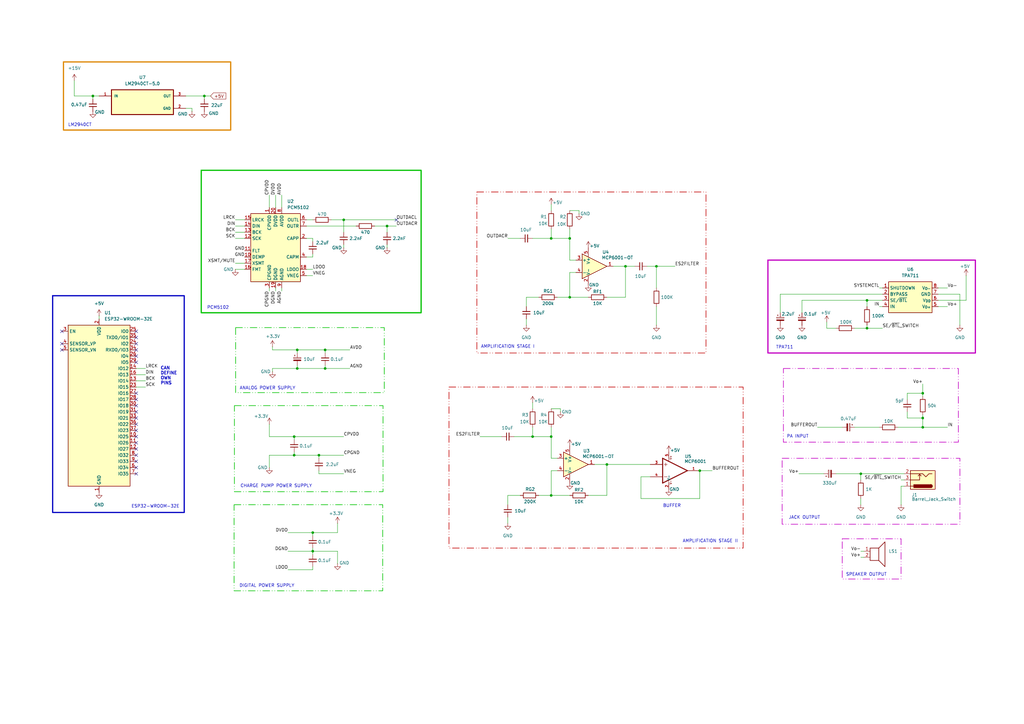
<source format=kicad_sch>
(kicad_sch (version 20231120) (generator "eeschema") (generator_version "8.0")
  (paper "A3")
  (lib_symbols
    (symbol "Amplifier_Audio:TPA711"
      (property "Reference" "U" (at -7.62 11.43 0))
      (property "Value" "TPA711" (at 8.89 -11.43 0))
      (symbol "TPA711_0_1"
        (rectangle (start -8.89 6.35) (end 8.89 -6.35) (stroke (width 0.254)) (fill (type background)))
      )
      (symbol "TPA711_1_1"
        (pin input line (at -11.43 3.81 0) (length 2.54) (name "SHUTDOWN") (number "1"))
        (pin input line (at -11.43 1.27 0) (length 2.54) (name "BYPASS") (number "2"))
        (pin power_in line (at -11.43 -1.27 0) (length 2.54) (name "SE/~{BTL}") (number "3"))
        (pin input line (at -11.43 -3.81 0) (length 2.54) (name "IN") (number "4"))
        (pin output line (at 11.43 -3.81 180) (length 2.54) (name "V_{O+}") (number "5"))
        (pin power_in line (at 11.43 -1.27 180) (length 2.54) (name "V_{DD}") (number "6"))
        (pin power_in line (at 11.43 1.27 180) (length 2.54) (name "GND") (number "7"))
        (pin output line (at 11.43 3.81 180) (length 2.54) (name "V_{O-}") (number "8"))
        (pin passive line (at 0 -12.7 90) (length 2.54) hide (name "GND") (number "9"))
      )
    )
    (symbol "Amplifier_Operational:MCP6001-OT" (pin_names (offset 0.127))
      (property "Reference" "U" (at -1.27 6.35 0))
      (property "Value" "MCP6001-OT" (at -1.27 3.81 0))
      (symbol "MCP6001-OT_0_1"
        (polyline (pts (xy -5.08 5.08) (xy 5.08 0) (xy -5.08 -5.08) (xy -5.08 5.08)) (stroke (width 0.254)) (fill (type background)))
        (pin power_in line (at -2.54 -7.62 90) (length 3.81) (name "V-") (number "2"))
        (pin power_in line (at -2.54 7.62 270) (length 3.81) (name "V+") (number "5"))
      )
      (symbol "MCP6001-OT_1_1"
        (pin output line (at 7.62 0 180) (length 2.54) (name "~") (number "1"))
        (pin input line (at -7.62 2.54 0) (length 2.54) (name "+") (number "3"))
        (pin input line (at -7.62 -2.54 0) (length 2.54) (name "-") (number "4"))
      )
    )
    (symbol "Audio:PCM5102"
      (property "Reference" "U" (at -10.16 13.97 0))
      (property "Value" "PCM5102" (at 3.81 13.97 0))
      (symbol "PCM5102_0_1"
        (rectangle (start -10.16 12.7) (end 10.16 -15.24) (stroke (width 0.254)) (fill (type background)))
      )
      (symbol "PCM5102_1_1"
        (pin passive line (at -2.54 15.24 270) (length 2.54) (name "CPVDD") (number "1"))
        (pin input line (at -12.7 -5.08 0) (length 2.54) (name "DEMP") (number "10"))
        (pin input line (at -12.7 -2.54 0) (length 2.54) (name "FLT") (number "11"))
        (pin input line (at -12.7 2.54 0) (length 2.54) (name "SCK") (number "12"))
        (pin input line (at -12.7 5.08 0) (length 2.54) (name "BCK") (number "13"))
        (pin input line (at -12.7 7.62 0) (length 2.54) (name "DIN") (number "14"))
        (pin input line (at -12.7 10.16 0) (length 2.54) (name "LRCK") (number "15"))
        (pin input line (at -12.7 -10.16 0) (length 2.54) (name "FMT") (number "16"))
        (pin input line (at -12.7 -7.62 0) (length 2.54) (name "XSMT") (number "17"))
        (pin passive line (at 12.7 -10.16 180) (length 2.54) (name "LDOO") (number "18"))
        (pin power_in line (at 0 -17.78 90) (length 2.54) (name "DGND") (number "19"))
        (pin passive line (at 12.7 2.54 180) (length 2.54) (name "CAPP") (number "2"))
        (pin power_in line (at 0 15.24 270) (length 2.54) (name "DVDD") (number "20"))
        (pin power_in line (at -2.54 -17.78 90) (length 2.54) (name "CPGND") (number "3"))
        (pin passive line (at 12.7 -5.08 180) (length 2.54) (name "CAPM") (number "4"))
        (pin passive line (at 12.7 -12.7 180) (length 2.54) (name "VNEG") (number "5"))
        (pin output line (at 12.7 10.16 180) (length 2.54) (name "OUTL") (number "6"))
        (pin output line (at 12.7 7.62 180) (length 2.54) (name "OUTR") (number "7"))
        (pin power_in line (at 2.54 15.24 270) (length 2.54) (name "AVDD") (number "8"))
        (pin power_in line (at 2.54 -17.78 90) (length 2.54) (name "AGND") (number "9"))
      )
    )
    (symbol "Connector:Barrel_Jack_Switch" (pin_names hide)
      (property "Reference" "J" (at 0 5.334 0))
      (property "Value" "Barrel_Jack_Switch" (at 0 -5.08 0))
      (symbol "Barrel_Jack_Switch_0_1"
        (rectangle (start -5.08 3.81) (end 5.08 -3.81) (stroke (width 0.254)) (fill (type background)))
        (arc (start -3.302 3.175) (mid -3.9343 2.54) (end -3.302 1.905) (stroke (width 0.254)))
        (arc (start -3.302 3.175) (mid -3.9343 2.54) (end -3.302 1.905) (stroke (width 0.254)) (fill (type outline)))
        (polyline (pts (xy 1.27 -2.286) (xy 1.905 -1.651)) (stroke (width 0.254)))
        (polyline (pts (xy 5.08 2.54) (xy 3.81 2.54)) (stroke (width 0.254)))
        (polyline (pts (xy 5.08 0) (xy 1.27 0) (xy 1.27 -2.286) (xy 0.635 -1.651)) (stroke (width 0.254)))
        (polyline (pts (xy -3.81 -2.54) (xy -2.54 -2.54) (xy -1.27 -1.27) (xy 0 -2.54) (xy 2.54 -2.54) (xy 5.08 -2.54)) (stroke (width 0.254)))
        (rectangle (start 3.683 3.175) (end -3.302 1.905) (stroke (width 0.254)) (fill (type outline)))
      )
      (symbol "Barrel_Jack_Switch_1_1"
        (pin passive line (at 7.62 2.54 180) (length 2.54) (name "~") (number "1"))
        (pin passive line (at 7.62 -2.54 180) (length 2.54) (name "~") (number "2"))
        (pin passive line (at 7.62 0 180) (length 2.54) (name "~") (number "3"))
      )
    )
    (symbol "Device:C_Polarized_Small" (pin_numbers hide) (pin_names (offset 0.254) hide)
      (property "Reference" "C" (at 0.254 1.778 0))
      (property "Value" "C_Polarized_Small" (at 0.254 -2.032 0))
      (symbol "C_Polarized_Small_0_1"
        (rectangle (start -1.524 -0.3048) (end 1.524 -0.6858) (fill (type outline)))
        (rectangle (start -1.524 0.6858) (end 1.524 0.3048))
        (polyline (pts (xy -1.27 1.524) (xy -0.762 1.524)))
        (polyline (pts (xy -1.016 1.27) (xy -1.016 1.778)))
      )
      (symbol "C_Polarized_Small_1_1"
        (pin passive line (at 0 2.54 270) (length 1.8542) (name "~") (number "1"))
        (pin passive line (at 0 -2.54 90) (length 1.8542) (name "~") (number "2"))
      )
    )
    (symbol "Device:C_Small" (pin_numbers hide) (pin_names (offset 0.254) hide)
      (property "Reference" "C" (at 0.254 1.778 0))
      (property "Value" "C_Small" (at 0.254 -2.032 0))
      (symbol "C_Small_0_1"
        (polyline (pts (xy -1.524 -0.508) (xy 1.524 -0.508)) (stroke (width 0.3302)))
        (polyline (pts (xy -1.524 0.508) (xy 1.524 0.508)) (stroke (width 0.3048)))
      )
      (symbol "C_Small_1_1"
        (pin passive line (at 0 2.54 270) (length 2.032) (name "~") (number "1"))
        (pin passive line (at 0 -2.54 90) (length 2.032) (name "~") (number "2"))
      )
    )
    (symbol "Device:R" (pin_numbers hide) (pin_names (offset 0))
      (property "Reference" "R" (at 2.032 0 90))
      (property "Value" "R" (at 0 0 90))
      (symbol "R_0_1"
        (rectangle (start -1.016 -2.54) (end 1.016 2.54) (stroke (width 0.254)))
      )
      (symbol "R_1_1"
        (pin passive line (at 0 3.81 270) (length 1.27) (name "~") (number "1"))
        (pin passive line (at 0 -3.81 90) (length 1.27) (name "~") (number "2"))
      )
    )
    (symbol "Device:Speaker" (pin_names (offset 0) hide)
      (property "Reference" "LS" (at 1.27 5.715 0))
      (property "Value" "Speaker" (at 1.27 3.81 0))
      (symbol "Speaker_0_0"
        (rectangle (start -2.54 1.27) (end 1.016 -3.81) (stroke (width 0.254)))
        (polyline (pts (xy 1.016 1.27) (xy 3.556 3.81) (xy 3.556 -6.35) (xy 1.016 -3.81)) (stroke (width 0.254)))
      )
      (symbol "Speaker_1_1"
        (pin input line (at -5.08 0 0) (length 2.54) (name "1") (number "1"))
        (pin input line (at -5.08 -2.54 0) (length 2.54) (name "2") (number "2"))
      )
    )
    (symbol "LM2940-5.0:LM2940CT-5.0" (pin_names (offset 1.016))
      (property "Reference" "U" (at -12.7 6.08 0))
      (property "Value" "LM2940CT-5.0" (at -12.7 -9.08 0))
      (symbol "LM2940CT-5.0_0_0"
        (rectangle (start -12.7 -5.08) (end 12.7 5.08) (stroke (width 0.41)) (fill (type background)))
        (pin input line (at -17.78 2.54 0) (length 5.08) (name "IN") (number "1"))
        (pin power_in line (at 17.78 -2.54 180) (length 5.08) (name "GND") (number "2"))
        (pin output line (at 17.78 2.54 180) (length 5.08) (name "OUT") (number "3"))
      )
    )
    (symbol "MCP6001:MCP6001" (pin_names (offset 1.016))
      (property "Reference" "U" (at 5.0854 -5.0854 0))
      (property "Value" "MCP6001" (at 5.0843 -7.6264 0))
      (symbol "MCP6001_0_0"
        (polyline (pts (xy -2.54 -5.08) (xy 0 -3.81)) (stroke (width 0.4064)))
        (polyline (pts (xy -2.54 5.08) (xy -2.54 -5.08)) (stroke (width 0.4064)))
        (polyline (pts (xy -1.905 -2.54) (xy -0.635 -2.54)) (stroke (width 0.1524)))
        (polyline (pts (xy -1.905 2.54) (xy -0.635 2.54)) (stroke (width 0.1524)))
        (polyline (pts (xy -1.27 3.175) (xy -1.27 1.905)) (stroke (width 0.1524)))
        (polyline (pts (xy 0 -3.81) (xy 0 -5.08)) (stroke (width 0.1524)))
        (polyline (pts (xy 0 -3.81) (xy 7.62 0)) (stroke (width 0.4064)))
        (polyline (pts (xy 0 3.81) (xy -2.54 5.08)) (stroke (width 0.4064)))
        (polyline (pts (xy 0 3.81) (xy 0 5.08)) (stroke (width 0.1524)))
        (polyline (pts (xy 7.62 0) (xy 0 3.81)) (stroke (width 0.4064)))
        (text "V+" (at 1.2709 4.4482 900) (effects (font (size 0.8134 0.8134)) (justify left bottom)))
        (text "V-" (at 1.2716 -5.7223 900) (effects (font (size 0.8138 0.8138)) (justify left bottom)))
        (pin output line (at 12.7 0 180) (length 5.08) (name "~") (number "1"))
        (pin power_in line (at 0 -7.62 90) (length 2.54) (name "V-") (number "2"))
        (pin input line (at -7.62 2.54 0) (length 5.08) (name "~") (number "3"))
        (pin input line (at -7.62 -2.54 0) (length 5.08) (name "~") (number "4"))
        (pin power_in line (at 0 7.62 270) (length 2.54) (name "~") (number "5"))
      )
    )
    (symbol "RF_Module:ESP32-WROOM-32E"
      (property "Reference" "U" (at -12.7 34.29 0))
      (property "Value" "ESP32-WROOM-32E" (at 1.27 34.29 0))
      (symbol "ESP32-WROOM-32E_0_1"
        (rectangle (start -12.7 33.02) (end 12.7 -33.02) (stroke (width 0.254)) (fill (type background)))
      )
      (symbol "ESP32-WROOM-32E_1_1"
        (pin power_in line (at 0 -35.56 90) (length 2.54) (name "GND") (number "1"))
        (pin bidirectional line (at 15.24 -12.7 180) (length 2.54) (name "IO25") (number "10"))
        (pin bidirectional line (at 15.24 -15.24 180) (length 2.54) (name "IO26") (number "11"))
        (pin bidirectional line (at 15.24 -17.78 180) (length 2.54) (name "IO27") (number "12"))
        (pin bidirectional line (at 15.24 10.16 180) (length 2.54) (name "IO14") (number "13"))
        (pin bidirectional line (at 15.24 15.24 180) (length 2.54) (name "IO12") (number "14"))
        (pin passive line (at 0 -35.56 90) (length 2.54) hide (name "GND") (number "15"))
        (pin bidirectional line (at 15.24 12.7 180) (length 2.54) (name "IO13") (number "16"))
        (pin no_connect line (at -12.7 -5.08 0) (length 2.54) hide (name "NC") (number "17"))
        (pin no_connect line (at -12.7 -7.62 0) (length 2.54) hide (name "NC") (number "18"))
        (pin no_connect line (at -12.7 -12.7 0) (length 2.54) hide (name "NC") (number "19"))
        (pin power_in line (at 0 35.56 270) (length 2.54) (name "VDD") (number "2"))
        (pin no_connect line (at -12.7 -10.16 0) (length 2.54) hide (name "NC") (number "20"))
        (pin no_connect line (at -12.7 0 0) (length 2.54) hide (name "NC") (number "21"))
        (pin no_connect line (at -12.7 -2.54 0) (length 2.54) hide (name "NC") (number "22"))
        (pin bidirectional line (at 15.24 7.62 180) (length 2.54) (name "IO15") (number "23"))
        (pin bidirectional line (at 15.24 25.4 180) (length 2.54) (name "IO2") (number "24"))
        (pin bidirectional line (at 15.24 30.48 180) (length 2.54) (name "IO0") (number "25"))
        (pin bidirectional line (at 15.24 20.32 180) (length 2.54) (name "IO4") (number "26"))
        (pin bidirectional line (at 15.24 5.08 180) (length 2.54) (name "IO16") (number "27"))
        (pin bidirectional line (at 15.24 2.54 180) (length 2.54) (name "IO17") (number "28"))
        (pin bidirectional line (at 15.24 17.78 180) (length 2.54) (name "IO5") (number "29"))
        (pin input line (at -15.24 30.48 0) (length 2.54) (name "EN") (number "3"))
        (pin bidirectional line (at 15.24 0 180) (length 2.54) (name "IO18") (number "30"))
        (pin bidirectional line (at 15.24 -2.54 180) (length 2.54) (name "IO19") (number "31"))
        (pin no_connect line (at -12.7 -27.94 0) (length 2.54) hide (name "NC") (number "32"))
        (pin bidirectional line (at 15.24 -5.08 180) (length 2.54) (name "IO21") (number "33"))
        (pin bidirectional line (at 15.24 22.86 180) (length 2.54) (name "RXD0/IO3") (number "34"))
        (pin bidirectional line (at 15.24 27.94 180) (length 2.54) (name "TXD0/IO1") (number "35"))
        (pin bidirectional line (at 15.24 -7.62 180) (length 2.54) (name "IO22") (number "36"))
        (pin bidirectional line (at 15.24 -10.16 180) (length 2.54) (name "IO23") (number "37"))
        (pin passive line (at 0 -35.56 90) (length 2.54) hide (name "GND") (number "38"))
        (pin passive line (at 0 -35.56 90) (length 2.54) hide (name "GND") (number "39"))
        (pin input line (at -15.24 25.4 0) (length 2.54) (name "SENSOR_VP") (number "4"))
        (pin input line (at -15.24 22.86 0) (length 2.54) (name "SENSOR_VN") (number "5"))
        (pin input line (at 15.24 -25.4 180) (length 2.54) (name "IO34") (number "6"))
        (pin input line (at 15.24 -27.94 180) (length 2.54) (name "IO35") (number "7"))
        (pin bidirectional line (at 15.24 -20.32 180) (length 2.54) (name "IO32") (number "8"))
        (pin bidirectional line (at 15.24 -22.86 180) (length 2.54) (name "IO33") (number "9"))
      )
    )
    (symbol "power:+15V" (power) (pin_numbers hide) (pin_names (offset 0) hide)
      (property "Value" "+15V" (at 0 3.556 0))
      (symbol "+15V_0_1"
        (polyline (pts (xy -0.762 1.27) (xy 0 2.54)))
        (polyline (pts (xy 0 0) (xy 0 2.54)))
        (polyline (pts (xy 0 2.54) (xy 0.762 1.27)))
      )
      (symbol "+15V_1_1"
        (pin power_in line (at 0 0 90) (length 0) (name "~") (number "1"))
      )
    )
    (symbol "power:+3.3V" (power) (pin_numbers hide) (pin_names (offset 0) hide)
      (property "Value" "+3.3V" (at 0 3.556 0))
      (symbol "+3.3V_0_1"
        (polyline (pts (xy -0.762 1.27) (xy 0 2.54)))
        (polyline (pts (xy 0 0) (xy 0 2.54)))
        (polyline (pts (xy 0 2.54) (xy 0.762 1.27)))
      )
      (symbol "+3.3V_1_1"
        (pin power_in line (at 0 0 90) (length 0) (name "~") (number "1"))
      )
    )
    (symbol "power:+5V" (power) (pin_numbers hide) (pin_names (offset 0) hide)
      (property "Value" "+5V" (at 0 3.556 0))
      (symbol "+5V_0_1"
        (polyline (pts (xy -0.762 1.27) (xy 0 2.54)))
        (polyline (pts (xy 0 0) (xy 0 2.54)))
        (polyline (pts (xy 0 2.54) (xy 0.762 1.27)))
      )
      (symbol "+5V_1_1"
        (pin power_in line (at 0 0 90) (length 0) (name "~") (number "1"))
      )
    )
    (symbol "power:GND" (power) (pin_numbers hide) (pin_names (offset 0) hide)
      (property "Value" "GND" (at 0 -3.81 0))
      (symbol "GND_0_1"
        (polyline (pts (xy 0 0) (xy 0 -1.27) (xy 1.27 -1.27) (xy 0 -2.54) (xy -1.27 -1.27) (xy 0 -1.27)))
      )
      (symbol "GND_1_1"
        (pin power_in line (at 0 0 270) (length 0) (name "~") (number "1"))
      )
    )
  )
  (junction (at 355.6 123.19))
  (junction (at 133.35 151.13))
  (junction (at 130.81 186.69))
  (junction (at 218.44 179.07))
  (junction (at 83.82 39.37))
  (junction (at 233.68 121.92))
  (junction (at 378.46 161.29))
  (junction (at 256.54 109.22))
  (junction (at 226.06 179.07))
  (junction (at 121.92 151.13))
  (junction (at 287.02 193.04))
  (junction (at 140.97 90.17))
  (junction (at 128.27 218.44))
  (junction (at 226.06 203.2))
  (junction (at 120.65 179.07))
  (junction (at 353.06 194.31))
  (junction (at 133.35 143.51))
  (junction (at 128.27 226.06))
  (junction (at 121.92 143.51))
  (junction (at 378.46 175.26))
  (junction (at 233.68 97.79))
  (junction (at 158.75 92.71))
  (junction (at 38.1 39.37))
  (junction (at 248.92 190.5))
  (junction (at 120.65 186.69))
  (junction (at 355.6 134.62))
  (junction (at 269.24 109.22))
  (junction (at 226.06 97.79))
  (junction (at 378.46 171.45))
  (no_connect (at 55.88 138.43))
  (no_connect (at 55.88 176.53))
  (no_connect (at 55.88 173.99))
  (no_connect (at 25.4 143.51))
  (no_connect (at 55.88 186.69))
  (no_connect (at 162.56 90.17))
  (no_connect (at 55.88 191.77))
  (no_connect (at 55.88 163.83))
  (no_connect (at 55.88 184.15))
  (no_connect (at 55.88 179.07))
  (no_connect (at 55.88 161.29))
  (no_connect (at 55.88 135.89))
  (no_connect (at 55.88 168.91))
  (no_connect (at 55.88 166.37))
  (no_connect (at 55.88 189.23))
  (no_connect (at 25.4 135.89))
  (no_connect (at 55.88 171.45))
  (no_connect (at 55.88 140.97))
  (no_connect (at 55.88 181.61))
  (no_connect (at 55.88 143.51))
  (no_connect (at 55.88 194.31))
  (no_connect (at 25.4 140.97))
  (no_connect (at 55.88 148.59))
  (no_connect (at 55.88 146.05))
  (wire (pts (xy 125.73 110.49) (xy 128.27 110.49)))
  (wire (pts (xy 353.06 226.06) (xy 354.33 226.06)))
  (wire (pts (xy 226.06 179.07) (xy 218.44 179.07)))
  (wire (pts (xy 342.9 194.31) (xy 353.06 194.31)))
  (wire (pts (xy 378.46 171.45) (xy 378.46 175.26)))
  (wire (pts (xy 237.49 86.36) (xy 237.49 87.63)))
  (wire (pts (xy 118.11 233.68) (xy 128.27 233.68)))
  (wire (pts (xy 96.52 92.71) (xy 100.33 92.71)))
  (wire (pts (xy 55.88 158.75) (xy 59.69 158.75)))
  (wire (pts (xy 115.57 118.11) (xy 115.57 119.38)))
  (wire (pts (xy 355.6 134.62) (xy 361.95 134.62)))
  (wire (pts (xy 110.49 173.99) (xy 110.49 179.07)))
  (wire (pts (xy 320.04 128.27) (xy 320.04 120.65)))
  (wire (pts (xy 113.03 118.11) (xy 113.03 119.38)))
  (wire (pts (xy 218.44 165.1) (xy 218.44 167.64)))
  (wire (pts (xy 248.92 121.92) (xy 256.54 121.92)))
  (wire (pts (xy 128.27 227.33) (xy 128.27 226.06)))
  (wire (pts (xy 393.7 120.65) (xy 384.81 120.65)))
  (wire (pts (xy 208.28 97.79) (xy 213.36 97.79)))
  (wire (pts (xy 38.1 39.37) (xy 40.64 39.37)))
  (wire (pts (xy 128.27 224.79) (xy 128.27 226.06)))
  (wire (pts (xy 55.88 156.21) (xy 59.69 156.21)))
  (wire (pts (xy 233.68 111.76) (xy 236.22 111.76)))
  (wire (pts (xy 339.09 132.08) (xy 339.09 134.62)))
  (wire (pts (xy 111.76 151.13) (xy 121.92 151.13)))
  (wire (pts (xy 110.49 118.11) (xy 110.49 119.38)))
  (wire (pts (xy 121.92 151.13) (xy 133.35 151.13)))
  (wire (pts (xy 233.68 97.79) (xy 226.06 97.79)))
  (wire (pts (xy 125.73 113.03) (xy 128.27 113.03)))
  (wire (pts (xy 78.74 44.45) (xy 78.74 45.72)))
  (wire (pts (xy 369.57 199.39) (xy 369.57 207.01)))
  (wire (pts (xy 265.43 109.22) (xy 269.24 109.22)))
  (wire (pts (xy 115.57 80.01) (xy 115.57 85.09)))
  (wire (pts (xy 83.82 39.37) (xy 86.36 39.37)))
  (wire (pts (xy 208.28 203.2) (xy 213.36 203.2)))
  (wire (pts (xy 128.27 104.14) (xy 128.27 105.41)))
  (wire (pts (xy 233.68 93.98) (xy 233.68 97.79)))
  (wire (pts (xy 118.11 226.06) (xy 128.27 226.06)))
  (wire (pts (xy 378.46 170.18) (xy 378.46 171.45)))
  (wire (pts (xy 233.68 97.79) (xy 233.68 106.68)))
  (wire (pts (xy 378.46 161.29) (xy 372.11 161.29)))
  (wire (pts (xy 120.65 186.69) (xy 130.81 186.69)))
  (wire (pts (xy 360.68 125.73) (xy 361.95 125.73)))
  (wire (pts (xy 111.76 143.51) (xy 121.92 143.51)))
  (wire (pts (xy 372.11 168.91) (xy 372.11 171.45)))
  (wire (pts (xy 110.49 186.69) (xy 110.49 191.77)))
  (wire (pts (xy 215.9 121.92) (xy 220.98 121.92)))
  (wire (pts (xy 158.75 100.33) (xy 158.75 101.6)))
  (wire (pts (xy 353.06 194.31) (xy 353.06 196.85)))
  (wire (pts (xy 241.3 203.2) (xy 248.92 203.2)))
  (wire (pts (xy 327.66 194.31) (xy 337.82 194.31)))
  (wire (pts (xy 133.35 151.13) (xy 143.51 151.13)))
  (wire (pts (xy 220.98 203.2) (xy 226.06 203.2)))
  (wire (pts (xy 396.24 123.19) (xy 384.81 123.19)))
  (wire (pts (xy 196.85 179.07) (xy 205.74 179.07)))
  (wire (pts (xy 120.65 185.42) (xy 120.65 186.69)))
  (wire (pts (xy 30.48 39.37) (xy 38.1 39.37)))
  (wire (pts (xy 262.89 195.58) (xy 266.7 195.58)))
  (wire (pts (xy 350.52 175.26) (xy 360.68 175.26)))
  (wire (pts (xy 121.92 143.51) (xy 121.92 144.78)))
  (wire (pts (xy 153.67 92.71) (xy 158.75 92.71)))
  (wire (pts (xy 228.6 121.92) (xy 233.68 121.92)))
  (wire (pts (xy 370.84 199.39) (xy 369.57 199.39)))
  (wire (pts (xy 83.82 39.37) (xy 83.82 40.64)))
  (wire (pts (xy 248.92 190.5) (xy 248.92 203.2)))
  (wire (pts (xy 96.52 95.25) (xy 100.33 95.25)))
  (wire (pts (xy 138.43 226.06) (xy 138.43 231.14)))
  (wire (pts (xy 226.06 167.64) (xy 229.87 167.64)))
  (wire (pts (xy 110.49 186.69) (xy 120.65 186.69)))
  (wire (pts (xy 256.54 109.22) (xy 260.35 109.22)))
  (wire (pts (xy 355.6 134.62) (xy 355.6 133.35)))
  (wire (pts (xy 110.49 179.07) (xy 120.65 179.07)))
  (wire (pts (xy 384.81 125.73) (xy 388.62 125.73)))
  (wire (pts (xy 111.76 151.13) (xy 111.76 152.4)))
  (wire (pts (xy 287.02 193.04) (xy 287.02 204.47)))
  (wire (pts (xy 96.52 107.95) (xy 100.33 107.95)))
  (wire (pts (xy 118.11 218.44) (xy 128.27 218.44)))
  (wire (pts (xy 113.03 80.01) (xy 113.03 85.09)))
  (wire (pts (xy 378.46 175.26) (xy 388.62 175.26)))
  (wire (pts (xy 210.82 179.07) (xy 218.44 179.07)))
  (wire (pts (xy 320.04 120.65) (xy 361.95 120.65)))
  (wire (pts (xy 130.81 186.69) (xy 140.97 186.69)))
  (wire (pts (xy 130.81 186.69) (xy 130.81 187.96)))
  (wire (pts (xy 335.28 175.26) (xy 345.44 175.26)))
  (wire (pts (xy 248.92 190.5) (xy 266.7 190.5)))
  (wire (pts (xy 226.06 193.04) (xy 228.6 193.04)))
  (wire (pts (xy 96.52 97.79) (xy 100.33 97.79)))
  (wire (pts (xy 96.52 110.49) (xy 100.33 110.49)))
  (wire (pts (xy 128.27 219.71) (xy 128.27 218.44)))
  (wire (pts (xy 393.7 120.65) (xy 393.7 133.35)))
  (wire (pts (xy 135.89 90.17) (xy 140.97 90.17)))
  (wire (pts (xy 76.2 44.45) (xy 78.74 44.45)))
  (wire (pts (xy 353.06 194.31) (xy 370.84 194.31)))
  (wire (pts (xy 40.64 129.54) (xy 40.64 130.81)))
  (wire (pts (xy 269.24 125.73) (xy 269.24 133.35)))
  (wire (pts (xy 111.76 143.51) (xy 111.76 142.24)))
  (wire (pts (xy 328.93 123.19) (xy 355.6 123.19)))
  (wire (pts (xy 121.92 149.86) (xy 121.92 151.13)))
  (wire (pts (xy 372.11 161.29) (xy 372.11 163.83)))
  (wire (pts (xy 215.9 130.81) (xy 215.9 133.35)))
  (wire (pts (xy 158.75 92.71) (xy 158.75 95.25)))
  (wire (pts (xy 128.27 97.79) (xy 128.27 99.06)))
  (wire (pts (xy 262.89 204.47) (xy 262.89 195.58)))
  (wire (pts (xy 121.92 143.51) (xy 133.35 143.51)))
  (wire (pts (xy 226.06 175.26) (xy 226.06 179.07)))
  (wire (pts (xy 215.9 121.92) (xy 215.9 125.73)))
  (wire (pts (xy 96.52 90.17) (xy 100.33 90.17)))
  (wire (pts (xy 287.02 193.04) (xy 292.1 193.04)))
  (wire (pts (xy 208.28 212.09) (xy 208.28 214.63)))
  (wire (pts (xy 353.06 204.47) (xy 353.06 207.01)))
  (wire (pts (xy 125.73 90.17) (xy 128.27 90.17)))
  (wire (pts (xy 350.52 134.62) (xy 355.6 134.62)))
  (wire (pts (xy 110.49 80.01) (xy 110.49 85.09)))
  (wire (pts (xy 125.73 105.41) (xy 128.27 105.41)))
  (wire (pts (xy 226.06 193.04) (xy 226.06 203.2)))
  (wire (pts (xy 339.09 134.62) (xy 342.9 134.62)))
  (wire (pts (xy 378.46 161.29) (xy 378.46 162.56)))
  (wire (pts (xy 229.87 167.64) (xy 229.87 168.91)))
  (wire (pts (xy 236.22 106.68) (xy 233.68 106.68)))
  (wire (pts (xy 226.06 83.82) (xy 226.06 86.36)))
  (wire (pts (xy 130.81 194.31) (xy 140.97 194.31)))
  (wire (pts (xy 226.06 203.2) (xy 233.68 203.2)))
  (wire (pts (xy 128.27 233.68) (xy 128.27 232.41)))
  (wire (pts (xy 361.95 123.19) (xy 355.6 123.19)))
  (wire (pts (xy 138.43 218.44) (xy 138.43 214.63)))
  (wire (pts (xy 128.27 226.06) (xy 138.43 226.06)))
  (wire (pts (xy 360.68 118.11) (xy 361.95 118.11)))
  (wire (pts (xy 368.3 175.26) (xy 378.46 175.26)))
  (wire (pts (xy 125.73 97.79) (xy 128.27 97.79)))
  (wire (pts (xy 140.97 90.17) (xy 140.97 95.25)))
  (wire (pts (xy 76.2 39.37) (xy 83.82 39.37)))
  (wire (pts (xy 125.73 92.71) (xy 146.05 92.71)))
  (wire (pts (xy 384.81 118.11) (xy 388.62 118.11)))
  (wire (pts (xy 378.46 171.45) (xy 372.11 171.45)))
  (wire (pts (xy 140.97 90.17) (xy 162.56 90.17)))
  (wire (pts (xy 208.28 203.2) (xy 208.28 207.01)))
  (wire (pts (xy 287.02 204.47) (xy 262.89 204.47)))
  (wire (pts (xy 226.06 93.98) (xy 226.06 97.79)))
  (wire (pts (xy 269.24 109.22) (xy 276.86 109.22)))
  (wire (pts (xy 233.68 121.92) (xy 241.3 121.92)))
  (wire (pts (xy 133.35 149.86) (xy 133.35 151.13)))
  (wire (pts (xy 256.54 109.22) (xy 256.54 121.92)))
  (wire (pts (xy 133.35 143.51) (xy 133.35 144.78)))
  (wire (pts (xy 130.81 193.04) (xy 130.81 194.31)))
  (wire (pts (xy 140.97 101.6) (xy 140.97 100.33)))
  (wire (pts (xy 218.44 175.26) (xy 218.44 179.07)))
  (wire (pts (xy 233.68 111.76) (xy 233.68 121.92)))
  (wire (pts (xy 120.65 179.07) (xy 120.65 180.34)))
  (wire (pts (xy 396.24 113.03) (xy 396.24 123.19)))
  (wire (pts (xy 158.75 92.71) (xy 162.56 92.71)))
  (wire (pts (xy 55.88 153.67) (xy 59.69 153.67)))
  (wire (pts (xy 328.93 123.19) (xy 328.93 128.27)))
  (wire (pts (xy 251.46 109.22) (xy 256.54 109.22)))
  (wire (pts (xy 133.35 143.51) (xy 143.51 143.51)))
  (wire (pts (xy 218.44 97.79) (xy 226.06 97.79)))
  (wire (pts (xy 355.6 123.19) (xy 355.6 125.73)))
  (wire (pts (xy 269.24 109.22) (xy 269.24 118.11)))
  (wire (pts (xy 378.46 157.48) (xy 378.46 161.29)))
  (wire (pts (xy 369.57 196.85) (xy 370.84 196.85)))
  (wire (pts (xy 55.88 151.13) (xy 59.69 151.13)))
  (wire (pts (xy 353.06 228.6) (xy 354.33 228.6)))
  (wire (pts (xy 233.68 86.36) (xy 237.49 86.36)))
  (wire (pts (xy 128.27 218.44) (xy 138.43 218.44)))
  (wire (pts (xy 226.06 179.07) (xy 226.06 187.96)))
  (wire (pts (xy 120.65 179.07) (xy 140.97 179.07)))
  (wire (pts (xy 243.84 190.5) (xy 248.92 190.5)))
  (wire (pts (xy 30.48 33.02) (xy 30.48 39.37)))
  (wire (pts (xy 228.6 187.96) (xy 226.06 187.96)))
  (wire (pts (xy 38.1 39.37) (xy 38.1 40.64)))
  (rectangle (start 96.647 134.366) (end 157.607 161.036) (stroke (width 0.254) (type dash_dot_dot) (color 0 194 0 1)))
  (rectangle (start 96.139 166.37) (end 157.099 201.676) (stroke (width 0.254) (type dash_dot_dot) (color 0 194 0 1)))
  (rectangle (start 26.035 25.4) (end 94.615 53.34) (stroke (width 0.5) (color 221 133 0 1)))
  (rectangle (start 96.012 207.01) (end 156.972 242.316) (stroke (width 0.254) (type dash_dot_dot) (color 0 194 0 1)))
  (rectangle (start 21.59 121.285) (end 75.565 210.185) (stroke (width 0.5)))
  (rectangle (start 345.44 220.98) (end 369.57 237.49) (stroke (width 0.254) (type dash_dot_dot) (color 194 0 194 1)))
  (rectangle (start 321.31 151.13) (end 393.065 181.356) (stroke (width 0.254) (type dash_dot_dot) (color 194 0 194 1)))
  (rectangle (start 184.15 158.75) (end 304.8 224.79) (stroke (width 0.254) (type dash_dot_dot) (color 194 0 0 1)))
  (rectangle (start 82.55 69.85) (end 172.72 128.27) (stroke (width 0.5) (color 0 194 0 1)))
  (rectangle (start 195.58 78.74) (end 289.56 144.78) (stroke (width 0.254) (type dash_dot_dot) (color 194 0 0 1)))
  (rectangle (start 314.96 106.68) (end 400.05 144.78) (stroke (width 0.5) (color 194 0 194 1)))
  (rectangle (start 320.802 187.96) (end 393.7 215.011) (stroke (width 0.254) (type dash_dot_dot) (color 194 0 194 1)))
  (text "PCM5102" (at 89.408 126.238 0) (effects (font (size 1.27 1.27))))
  (text "CHARGE PUMP POWER SUPPLY\n" (at 113.284 199.39 0) (effects (font (size 1.27 1.27))))
  (text "PA INPUT\n\n" (at 327.152 180.086 0) (effects (font (size 1.27 1.27))))
  (text "LM2940CT" (at 32.766 51.308 0) (effects (font (size 1.27 1.27))))
  (text "TPA711\n" (at 321.818 142.494 0) (effects (font (size 1.27 1.27))))
  (text "AMPLIFICATION STAGE II\n\n" (at 291.338 223.012 0) (effects (font (size 1.27 1.27))))
  (text "ESP32-WROOM-32E" (at 63.754 207.772 0) (effects (font (size 1.27 1.27))))
  (text "CAN \nDEFINE \nOWN \nPINS\n\n\n" (at 65.786 156.21 0) (effects (font (size 1.27 1.27) (thickness 0.254) (bold yes)) (justify left)))
  (text "SPEAKER OUTPUT" (at 355.346 235.712 0) (effects (font (size 1.27 1.27))))
  (text "JACK OUTPUT" (at 329.946 212.344 0) (effects (font (size 1.27 1.27))))
  (text "ANALOG POWER SUPPLY\n" (at 109.728 159.258 0) (effects (font (size 1.27 1.27))))
  (text "BUFFER\n" (at 275.59 207.518 0) (effects (font (size 1.27 1.27))))
  (text "DIGITAL POWER SUPPLY\n" (at 109.474 240.284 0) (effects (font (size 1.27 1.27))))
  (text "AMPLIFICATION STAGE I" (at 208.28 142.24 0) (effects (font (size 1.27 1.27))))
  (label "CPGND" (at 140.97 186.69 0))
  (label "XSMT{slash}MUTE" (at 96.52 107.95 180))
  (label "VNEG" (at 128.27 113.03 0))
  (label "BUFFEROUT" (at 292.1 193.04 0))
  (label "AGND" (at 143.51 151.13 0))
  (label "Vo+" (at 378.46 157.48 180))
  (label "SCK" (at 96.52 97.79 180))
  (label "DVDD" (at 118.11 218.44 180))
  (label "OUTDACR" (at 162.56 92.71 0))
  (label "CPVDD" (at 110.49 80.01 90))
  (label "SCK" (at 59.69 158.75 0))
  (label "IN" (at 388.62 175.26 0))
  (label "Vo-" (at 388.62 118.11 0))
  (label "Vo+" (at 353.06 228.6 180))
  (label "BCK" (at 59.69 156.21 0))
  (label "DGND" (at 118.11 226.06 180))
  (label "Vo+" (at 327.66 194.31 180))
  (label "DGND" (at 113.03 119.38 270))
  (label "ES2FILTER" (at 196.85 179.07 180))
  (label "VNEG" (at 140.97 194.31 0))
  (label "AVDD" (at 115.57 80.01 90))
  (label "AVDD" (at 143.51 143.51 0))
  (label "Vo-" (at 353.06 226.06 180))
  (label "GND" (at 100.33 102.87 180))
  (label "SE{slash}~{BTL}_SWITCH" (at 361.95 134.62 0))
  (label "CPGND" (at 110.49 119.38 270))
  (label "DVDD" (at 113.03 80.01 90))
  (label "LRCK" (at 96.52 90.17 180))
  (label "SE{slash}~{BTL}_SWITCH" (at 369.57 196.85 180))
  (label "LDOO" (at 128.27 110.49 0))
  (label "DIN" (at 96.52 92.71 180))
  (label "LDOO" (at 118.11 233.68 180))
  (label "CPVDD" (at 140.97 179.07 0))
  (label "Vo+" (at 388.62 125.73 0))
  (label "AGND" (at 115.57 119.38 270))
  (label "LRCK" (at 59.69 151.13 0))
  (label "OUTDACL" (at 162.56 90.17 0))
  (label "IN" (at 360.68 125.73 180))
  (label "BCK" (at 96.52 95.25 180))
  (label "ES2FILTER" (at 276.86 109.22 0))
  (label "GND" (at 100.33 105.41 180))
  (label "DIN" (at 59.69 153.67 0))
  (label "BUFFEROUT" (at 335.28 175.26 180))
  (label "SYSTEMCTL" (at 360.68 118.11 180))
  (label "OUTDACR" (at 208.28 97.79 180))
  (global_label "+5V" (shape input) (at 86.36 39.37 0) (property "Intersheetrefs" "${INTERSHEET_REFS}" (effects (hide yes))))
  (symbol (lib_id "power:+5V") (at 40.64 129.54 0) (unit 1)
    (property "Reference" "#PWR06" (effects (hide yes)))
    (property "Value" "+5V" (at 40.64 124.46 0))
    (property "Description" "Power symbol creates a global label with name \"+5V\"" (effects (hide yes)))
  )
  (symbol (lib_id "Device:R") (at 346.71 134.62 270) (unit 1)
    (property "Reference" "R12" (effects (hide yes)))
    (property "Value" "100K" (at 346.964 132.08 90))
    (property "Footprint" "Resistor_SMD:R_0805_2012Metric_Pad1.20x1.40mm_HandSolder" (effects (hide yes)))
    (property "Description" "Resistor" (effects (hide yes)))
  )
  (symbol (lib_id "Device:R") (at 245.11 121.92 90) (unit 1)
    (property "Reference" "RF1" (at 245.11 119.634 90))
    (property "Value" "10K" (at 245.11 124.46 90))
    (property "Footprint" "Resistor_SMD:R_0805_2012Metric_Pad1.20x1.40mm_HandSolder" (effects (hide yes)))
    (property "Description" "Resistor" (effects (hide yes)))
  )
  (symbol (lib_id "power:+3.3V") (at 111.76 142.24 0) (unit 1)
    (property "Reference" "#PWR04" (effects (hide yes)))
    (property "Value" "+3.3V" (at 108.966 137.922 0) (effects (justify left)))
    (property "Description" "Power symbol creates a global label with name \"+3.3V\"" (effects (hide yes)))
  )
  (symbol (lib_id "Device:C_Polarized_Small") (at 328.93 130.81 0) (unit 1)
    (property "Reference" "C_SE/BTL_TPA1" (effects (hide yes)))
    (property "Value" "0.1uF" (at 329.692 128.778 0) (effects (justify left)))
    (property "Footprint" "Capacitor_SMD:C_1206_3216Metric_Pad1.33x1.80mm_HandSolder" (effects (hide yes)))
    (property "Description" "Polarized capacitor, small symbol" (effects (hide yes)))
  )
  (symbol (lib_id "Device:R") (at 237.49 203.2 90) (unit 1)
    (property "Reference" "RF2" (at 237.49 200.914 90))
    (property "Value" "10K" (at 237.49 205.74 90))
    (property "Footprint" "Resistor_SMD:R_0805_2012Metric_Pad1.20x1.40mm_HandSolder" (effects (hide yes)))
    (property "Description" "Resistor" (effects (hide yes)))
  )
  (symbol (lib_id "power:+5V") (at 274.32 185.42 0) (unit 1)
    (property "Reference" "#PWR08" (effects (hide yes)))
    (property "Value" "+5V" (at 276.86 184.658 0))
    (property "Description" "Power symbol creates a global label with name \"+5V\"" (effects (hide yes)))
  )
  (symbol (lib_id "Device:R") (at 224.79 121.92 90) (unit 1)
    (property "Reference" "RG1" (at 224.79 119.38 90))
    (property "Value" "200k" (at 224.79 124.46 90))
    (property "Footprint" "LED_SMD:LED_0805_2012Metric_Pad1.15x1.40mm_HandSolder" (effects (hide yes)))
    (property "Description" "Resistor" (effects (hide yes)))
  )
  (symbol (lib_id "power:+3.3V") (at 110.49 173.99 0) (unit 1)
    (property "Reference" "#PWR015" (effects (hide yes)))
    (property "Value" "+3.3V" (at 104.14 170.688 0) (effects (justify left)))
    (property "Description" "Power symbol creates a global label with name \"+3.3V\"" (effects (hide yes)))
  )
  (symbol (lib_id "Device:C_Small") (at 215.9 128.27 180) (unit 1)
    (property "Reference" "C_GND_AMPSTAGE1" (effects (hide yes)))
    (property "Value" "10uF" (at 223.52 128.27 0) (effects (justify left)))
    (property "Footprint" "Capacitor_SMD:C_1206_3216Metric_Pad1.33x1.80mm_HandSolder" (effects (hide yes)))
    (property "Description" "Unpolarized capacitor, small symbol" (effects (hide yes)))
  )
  (symbol (lib_id "Device:R") (at 353.06 200.66 0) (unit 1)
    (property "Reference" "R11" (effects (hide yes)))
    (property "Value" "1K" (at 356.362 200.66 0))
    (property "Footprint" "Resistor_SMD:R_0805_2012Metric_Pad1.20x1.40mm_HandSolder" (effects (hide yes)))
    (property "Description" "Resistor" (effects (hide yes)))
  )
  (symbol (lib_id "power:GND") (at 274.32 200.66 0) (unit 1)
    (property "Reference" "#PWR07" (effects (hide yes)))
    (property "Value" "GND" (at 276.606 200.66 0))
    (property "Description" "Power symbol creates a global label with name \"GND\" , ground" (effects (hide yes)))
  )
  (symbol (lib_id "power:GND") (at 393.7 133.35 0) (unit 1)
    (property "Reference" "#PWR023" (effects (hide yes)))
    (property "Value" "GND" (at 393.7 138.43 0))
    (property "Description" "Power symbol creates a global label with name \"GND\" , ground" (effects (hide yes)))
  )
  (symbol (lib_id "power:+5V") (at 226.06 83.82 0) (unit 1)
    (property "Reference" "#PWR012" (effects (hide yes)))
    (property "Value" "+5V" (at 228.6 83.058 0))
    (property "Description" "Power symbol creates a global label with name \"+5V\"" (effects (hide yes)))
  )
  (symbol (lib_id "RF_Module:ESP32-WROOM-32E") (at 40.64 166.37 0) (unit 1)
    (property "Reference" "U1" (at 42.8341 128.27 0) (effects (justify left)))
    (property "Value" "ESP32-WROOM-32E" (at 42.8341 130.81 0) (effects (justify left)))
    (property "Footprint" "RF_Module:ESP32-WROOM-32E" (effects (hide yes)))
    (property "Datasheet" "https://www.espressif.com/sites/default/files/documentation/esp32-wroom-32e_esp32-wroom-32ue_datasheet_en.pdf" (effects (hide yes)))
    (property "Description" "RF Module, ESP32-D0WD-V3 SoC, without PSRAM, Wi-Fi 802.11b/g/n, Bluetooth, BLE, 32-bit, 2.7-3.6V, onboard antenna, SMD" (effects (hide yes)))
  )
  (symbol (lib_id "Device:C_Small") (at 208.28 209.55 180) (unit 1)
    (property "Reference" "C_GND_AMPSTAGE2" (effects (hide yes)))
    (property "Value" "10uF" (at 215.9 209.55 0) (effects (justify left)))
    (property "Footprint" "Capacitor_SMD:C_1206_3216Metric_Pad1.33x1.80mm_HandSolder" (effects (hide yes)))
    (property "Description" "Unpolarized capacitor, small symbol" (effects (hide yes)))
  )
  (symbol (lib_id "Amplifier_Operational:MCP6001-OT") (at 243.84 109.22 0) (unit 1)
    (property "Reference" "U4" (at 248.412 103.378 0))
    (property "Value" "MCP6001-OT" (at 253.238 105.664 0))
    (property "Footprint" "Package_TO_SOT_SMD:SOT-23-5" (effects (hide yes)))
    (property "Datasheet" "https://ww1.microchip.com/downloads/en/DeviceDoc/MCP6001-1R-1U-2-4-1-MHz-Low-Power-Op-Amp-DS20001733L.pdf" (effects (hide yes)))
    (property "Description" "1MHz, Low-Power Op Amp, SOT-23-5" (effects (hide yes)))
  )
  (symbol (lib_id "power:GND") (at 83.82 45.72 0) (unit 1)
    (property "Reference" "#PWR034" (effects (hide yes)))
    (property "Value" "GND" (at 87.63 46.482 0))
    (property "Description" "Power symbol creates a global label with name \"GND\" , ground" (effects (hide yes)))
  )
  (symbol (lib_id "power:GND") (at 158.75 101.6 0) (unit 1)
    (property "Reference" "#PWR027" (effects (hide yes)))
    (property "Value" "GND" (at 155.956 101.6 0))
    (property "Description" "Power symbol creates a global label with name \"GND\" , ground" (effects (hide yes)))
  )
  (symbol (lib_id "power:GND") (at 215.9 133.35 0) (unit 1)
    (property "Reference" "#PWR09" (effects (hide yes)))
    (property "Value" "GND" (at 215.9 138.43 0))
    (property "Description" "Power symbol creates a global label with name \"GND\" , ground" (effects (hide yes)))
  )
  (symbol (lib_id "power:GND") (at 320.04 133.35 0) (unit 1)
    (property "Reference" "#PWR022" (effects (hide yes)))
    (property "Value" "GND" (at 320.04 138.43 0))
    (property "Description" "Power symbol creates a global label with name \"GND\" , ground" (effects (hide yes)))
  )
  (symbol (lib_id "Device:C_Polarized_Small") (at 340.36 194.31 90) (unit 1)
    (property "Reference" "CC_TPA711" (effects (hide yes)))
    (property "Value" "330uF" (at 343.408 198.12 90) (effects (justify left)))
    (property "Footprint" "Capacitor_SMD:C_1206_3216Metric_Pad1.33x1.80mm_HandSolder" (effects (hide yes)))
    (property "Description" "Polarized capacitor, small symbol" (effects (hide yes)))
  )
  (symbol (lib_id "power:GND") (at 353.06 207.01 0) (unit 1)
    (property "Reference" "#PWR024" (effects (hide yes)))
    (property "Value" "GND" (at 353.06 212.09 0))
    (property "Description" "Power symbol creates a global label with name \"GND\" , ground" (effects (hide yes)))
  )
  (symbol (lib_id "Device:C_Small") (at 130.81 190.5 0) (unit 1)
    (property "Reference" "C2_CPPS_PCM1" (effects (hide yes)))
    (property "Value" "2.2uF" (at 133.604 190.5 0) (effects (justify left)))
    (property "Footprint" "Capacitor_SMD:C_0805_2012Metric_Pad1.18x1.45mm_HandSolder" (effects (hide yes)))
    (property "Description" "Unpolarized capacitor, small symbol" (effects (hide yes)))
  )
  (symbol (lib_id "power:GND") (at 138.43 231.14 0) (unit 1)
    (property "Reference" "#PWR020" (effects (hide yes)))
    (property "Value" "GND" (at 141.224 230.886 0))
    (property "Description" "Power symbol creates a global label with name \"GND\" , ground" (effects (hide yes)))
  )
  (symbol (lib_id "Device:C_Small") (at 158.75 97.79 0) (unit 1)
    (property "Reference" "CG2_PCM5102" (effects (hide yes)))
    (property "Value" "2.2nF" (at 161.036 97.79 0) (effects (justify left)))
    (property "Footprint" "Capacitor_SMD:C_1206_3216Metric_Pad1.33x1.80mm_HandSolder" (effects (hide yes)))
    (property "Description" "Unpolarized capacitor, small symbol" (effects (hide yes)))
  )
  (symbol (lib_id "power:GND") (at 269.24 133.35 0) (unit 1)
    (property "Reference" "#PWR031" (effects (hide yes)))
    (property "Value" "GND" (at 269.24 138.43 0))
    (property "Description" "Power symbol creates a global label with name \"GND\" , ground" (effects (hide yes)))
  )
  (symbol (lib_id "power:+5V") (at 241.3 101.6 0) (unit 1)
    (property "Reference" "#PWR013" (effects (hide yes)))
    (property "Value" "+5V" (at 243.84 100.838 0))
    (property "Description" "Power symbol creates a global label with name \"+5V\"" (effects (hide yes)))
  )
  (symbol (lib_id "power:GND") (at 233.68 198.12 0) (unit 1)
    (property "Reference" "#PWR011" (effects (hide yes)))
    (property "Value" "GND" (at 235.966 198.12 0))
    (property "Description" "Power symbol creates a global label with name \"GND\" , ground" (effects (hide yes)))
  )
  (symbol (lib_id "Amplifier_Audio:TPA711") (at 373.38 121.92 0) (unit 1)
    (property "Reference" "U6" (at 373.38 110.49 0))
    (property "Value" "TPA711" (at 373.38 113.03 0))
    (property "Footprint" "Package_SO:Texas_DGN0008D_VSSOP-8-1EP_3x3mm_P0.65mm_EP2x2.94mm_Mask1.57x1.89mm" (effects (hide yes)))
    (property "Datasheet" "https://www.ti.com/lit/ds/symlink/tpa6203a1.pdf" (effects (hide yes)))
    (property "Description" "700mW, Class-AB, Audio Amplifier, BTL/SE Mode" (effects (hide yes)))
  )
  (symbol (lib_id "Amplifier_Operational:MCP6001-OT") (at 236.22 190.5 0) (unit 1)
    (property "Reference" "U3" (at 240.538 184.912 0))
    (property "Value" "MCP6001-OT" (at 245.364 187.198 0))
    (property "Footprint" "Package_TO_SOT_SMD:SOT-23-5" (effects (hide yes)))
    (property "Datasheet" "https://ww1.microchip.com/downloads/en/DeviceDoc/MCP6001-1R-1U-2-4-1-MHz-Low-Power-Op-Amp-DS20001733L.pdf" (effects (hide yes)))
    (property "Description" "1MHz, Low-Power Op Amp, SOT-23-5" (effects (hide yes)))
  )
  (symbol (lib_id "Device:R") (at 132.08 90.17 90) (unit 1)
    (property "Reference" "ROUTDACL1" (effects (hide yes)))
    (property "Value" "470" (at 132.08 87.884 90))
    (property "Footprint" "Resistor_SMD:R_0805_2012Metric_Pad1.20x1.40mm_HandSolder" (effects (hide yes)))
    (property "Description" "Resistor" (effects (hide yes)))
  )
  (symbol (lib_id "Device:C_Small") (at 38.1 43.18 180) (unit 1)
    (property "Reference" "C_INPUT_LDO1" (effects (hide yes)))
    (property "Value" "0.47uF" (at 35.814 42.926 0) (effects (justify left)))
    (property "Footprint" "Capacitor_SMD:C_1206_3216Metric_Pad1.33x1.80mm_HandSolder" (effects (hide yes)))
    (property "Description" "Unpolarized capacitor, small symbol" (effects (hide yes)))
  )
  (symbol (lib_id "Device:R") (at 233.68 90.17 180) (unit 1)
    (property "Reference" "R2" (at 230.886 88.9 0))
    (property "Value" "10K" (at 230.378 91.948 0))
    (property "Footprint" "Resistor_SMD:R_0805_2012Metric_Pad1.20x1.40mm_HandSolder" (effects (hide yes)))
    (property "Description" "Resistor" (effects (hide yes)))
  )
  (symbol (lib_id "Connector:Barrel_Jack_Switch") (at 378.46 196.85 180) (unit 1)
    (property "Reference" "J1" (at 373.888 202.946 0) (effects (justify right)))
    (property "Value" "Barrel_Jack_Switch" (at 373.888 204.724 0) (effects (justify right)))
    (property "Description" "DC Barrel Jack with an internal switch" (effects (hide yes)))
  )
  (symbol (lib_id "Device:C_Small") (at 140.97 97.79 0) (unit 1)
    (property "Reference" "CG1_PCM5102" (effects (hide yes)))
    (property "Value" "2.2nF" (at 143.256 97.79 0) (effects (justify left)))
    (property "Footprint" "Capacitor_SMD:C_1206_3216Metric_Pad1.33x1.80mm_HandSolder" (effects (hide yes)))
    (property "Description" "Unpolarized capacitor, small symbol" (effects (hide yes)))
  )
  (symbol (lib_id "Device:R") (at 149.86 92.71 90) (unit 1)
    (property "Reference" "ROUTDACR1" (effects (hide yes)))
    (property "Value" "470" (at 149.86 95.25 90))
    (property "Footprint" "Resistor_SMD:R_0805_2012Metric_Pad1.20x1.40mm_HandSolder" (effects (hide yes)))
    (property "Description" "Resistor" (effects (hide yes)))
  )
  (symbol (lib_id "power:GND") (at 229.87 168.91 0) (unit 1)
    (property "Reference" "#PWR019" (effects (hide yes)))
    (property "Value" "GND" (at 232.41 168.91 0))
    (property "Description" "Power symbol creates a global label with name \"GND\" , ground" (effects (hide yes)))
  )
  (symbol (lib_id "power:+5V") (at 396.24 113.03 0) (unit 1)
    (property "Reference" "#PWR029" (effects (hide yes)))
    (property "Value" "+5V" (at 395.732 109.22 0))
    (property "Description" "Power symbol creates a global label with name \"+5V\"" (effects (hide yes)))
  )
  (symbol (lib_id "power:+5V") (at 233.68 182.88 0) (unit 1)
    (property "Reference" "#PWR021" (effects (hide yes)))
    (property "Value" "+5V" (at 236.22 182.118 0))
    (property "Description" "Power symbol creates a global label with name \"+5V\"" (effects (hide yes)))
  )
  (symbol (lib_id "Device:R") (at 378.46 166.37 0) (unit 1)
    (property "Reference" "RF_TPA711" (effects (hide yes)))
    (property "Value" "50k" (at 382.27 166.37 0))
    (property "Footprint" "Resistor_SMD:R_0805_2012Metric_Pad1.20x1.40mm_HandSolder" (effects (hide yes)))
    (property "Description" "Resistor" (effects (hide yes)))
  )
  (symbol (lib_id "Device:C_Small") (at 120.65 182.88 180) (unit 1)
    (property "Reference" "C1_CPPS_PCM1" (effects (hide yes)))
    (property "Value" "0.1uF" (at 128.27 182.88 0) (effects (justify left)))
    (property "Footprint" "Capacitor_SMD:C_1206_3216Metric_Pad1.33x1.80mm_HandSolder" (effects (hide yes)))
    (property "Description" "Unpolarized capacitor, small symbol" (effects (hide yes)))
  )
  (symbol (lib_id "Device:C_Small") (at 215.9 97.79 90) (unit 1)
    (property "Reference" "C_GND_AMPSTAGE3" (effects (hide yes)))
    (property "Value" "10uF" (at 218.186 94.234 90) (effects (justify left)))
    (property "Footprint" "Capacitor_SMD:C_1206_3216Metric_Pad1.33x1.80mm_HandSolder" (effects (hide yes)))
    (property "Description" "Unpolarized capacitor, small symbol" (effects (hide yes)))
  )
  (symbol (lib_id "MCP6001:MCP6001") (at 274.32 193.04 0) (unit 1)
    (property "Reference" "U5" (at 282.194 187.198 0))
    (property "Value" "MCP6001" (at 285.242 189.23 0))
    (property "Footprint" "Package_TO_SOT_SMD:SOT-23-5" (effects (hide yes)))
    (property "MF" "Universal Power Group" (effects (hide yes)))
    (property "Description_1" "\nGeneral Purpose Amplifier 1 Circuit Rail-to-Rail SOT-23-5\n" (effects (hide yes)))
    (property "Package" "SOT-753 Universal Power Group" (effects (hide yes)))
    (property "Price" "None" (effects (hide yes)))
    (property "SnapEDA_Link" "https://www.snapeda.com/parts/MCP%206001/Universal+Power+Group/view-part/?ref=snap" (effects (hide yes)))
    (property "MP" "MCP 6001" (effects (hide yes)))
    (property "Availability" "Not in stock" (effects (hide yes)))
    (property "Check_prices" "https://www.snapeda.com/parts/MCP%206001/Universal+Power+Group/view-part/?ref=eda" (effects (hide yes)))
  )
  (symbol (lib_id "power:GND") (at 237.49 87.63 0) (unit 1)
    (property "Reference" "#PWR010" (effects (hide yes)))
    (property "Value" "GND" (at 240.03 87.63 0))
    (property "Description" "Power symbol creates a global label with name \"GND\" , ground" (effects (hide yes)))
  )
  (symbol (lib_id "power:GND") (at 328.93 133.35 0) (unit 1)
    (property "Reference" "#PWR025" (effects (hide yes)))
    (property "Value" "GND" (at 328.93 138.43 0))
    (property "Description" "Power symbol creates a global label with name \"GND\" , ground" (effects (hide yes)))
  )
  (symbol (lib_id "power:+3.3V") (at 138.43 214.63 0) (unit 1)
    (property "Reference" "#PWR02" (effects (hide yes)))
    (property "Value" "+3.3V" (at 134.874 210.566 0) (effects (justify left)))
    (property "Description" "Power symbol creates a global label with name \"+3.3V\"" (effects (hide yes)))
  )
  (symbol (lib_id "power:GND") (at 140.97 101.6 0) (unit 1)
    (property "Reference" "#PWR01" (effects (hide yes)))
    (property "Value" "GND" (at 138.176 101.6 0))
    (property "Description" "Power symbol creates a global label with name \"GND\" , ground" (effects (hide yes)))
  )
  (symbol (lib_id "Device:R") (at 226.06 90.17 180) (unit 1)
    (property "Reference" "R1" (at 223.012 88.9 0))
    (property "Value" "10K" (at 222.758 91.694 0))
    (property "Footprint" "LED_SMD:LED_0805_2012Metric_Pad1.15x1.40mm_HandSolder" (effects (hide yes)))
    (property "Description" "Resistor" (effects (hide yes)))
  )
  (symbol (lib_id "Device:C_Polarized_Small") (at 347.98 175.26 270) (unit 1)
    (property "Reference" "CI_TPA711" (effects (hide yes)))
    (property "Value" "0.47uF" (at 344.678 171.704 90) (effects (justify left)))
    (property "Footprint" "Capacitor_SMD:C_1206_3216Metric_Pad1.33x1.80mm_HandSolder" (effects (hide yes)))
    (property "Description" "Polarized capacitor, small symbol" (effects (hide yes)))
  )
  (symbol (lib_id "power:GND") (at 96.52 110.49 0) (unit 1)
    (property "Reference" "#PWR028" (effects (hide yes)))
    (property "Value" "GND" (at 93.726 110.49 0))
    (property "Description" "Power symbol creates a global label with name \"GND\" , ground" (effects (hide yes)))
  )
  (symbol (lib_id "power:+15V") (at 30.48 33.02 0) (unit 1)
    (property "Reference" "#PWR032" (effects (hide yes)))
    (property "Value" "+15V" (at 30.48 27.94 0))
    (property "Description" "Power symbol creates a global label with name \"+15V\"" (effects (hide yes)))
  )
  (symbol (lib_id "power:GND") (at 110.49 191.77 0) (unit 1)
    (property "Reference" "#PWR016" (effects (hide yes)))
    (property "Value" "GND" (at 107.696 191.77 0))
    (property "Description" "Power symbol creates a global label with name \"GND\" , ground" (effects (hide yes)))
  )
  (symbol (lib_id "Device:C_Small") (at 128.27 101.6 0) (unit 1)
    (property "Reference" "CA_PCM5102" (effects (hide yes)))
    (property "Value" "2.2uF" (at 129.54 99.568 0) (effects (justify left)))
    (property "Footprint" "Capacitor_SMD:C_0805_2012Metric_Pad1.18x1.45mm_HandSolder" (effects (hide yes)))
    (property "Description" "Unpolarized capacitor, small symbol" (effects (hide yes)))
  )
  (symbol (lib_id "Device:R") (at 269.24 121.92 180) (unit 1)
    (property "Reference" "R_COUPLING_AMPSTAGE1" (effects (hide yes)))
    (property "Value" "100K" (at 273.558 121.92 0))
    (property "Footprint" "LED_SMD:LED_0805_2012Metric_Pad1.15x1.40mm_HandSolder" (effects (hide yes)))
    (property "Description" "Resistor" (effects (hide yes)))
  )
  (symbol (lib_id "power:GND") (at 78.74 45.72 0) (unit 1)
    (property "Reference" "#PWR033" (effects (hide yes)))
    (property "Value" "GND" (at 74.93 46.736 0))
    (property "Description" "Power symbol creates a global label with name \"GND\" , ground" (effects (hide yes)))
  )
  (symbol (lib_id "power:GND") (at 241.3 116.84 0) (unit 1)
    (property "Reference" "#PWR014" (effects (hide yes)))
    (property "Value" "GND" (at 243.586 116.84 0))
    (property "Description" "Power symbol creates a global label with name \"GND\" , ground" (effects (hide yes)))
  )
  (symbol (lib_id "Device:C_Small") (at 208.28 179.07 90) (unit 1)
    (property "Reference" "C_IN_AMPSTAGE1" (effects (hide yes)))
    (property "Value" "10uF" (at 210.566 175.514 90) (effects (justify left)))
    (property "Footprint" "Capacitor_SMD:C_1206_3216Metric_Pad1.33x1.80mm_HandSolder" (effects (hide yes)))
    (property "Description" "Unpolarized capacitor, small symbol" (effects (hide yes)))
  )
  (symbol (lib_id "power:GND") (at 40.64 201.93 0) (unit 1)
    (property "Reference" "#PWR05" (effects (hide yes)))
    (property "Value" "GND" (at 40.64 207.01 0))
    (property "Description" "Power symbol creates a global label with name \"GND\" , ground" (effects (hide yes)))
  )
  (symbol (lib_id "power:GND") (at 38.1 45.72 0) (unit 1)
    (property "Reference" "#PWR035" (effects (hide yes)))
    (property "Value" "GND" (at 40.894 45.974 0))
    (property "Description" "Power symbol creates a global label with name \"GND\" , ground" (effects (hide yes)))
  )
  (symbol (lib_id "Device:R") (at 226.06 171.45 180) (unit 1)
    (property "Reference" "R4" (at 223.012 170.18 0))
    (property "Value" "10K" (at 222.758 172.974 0))
    (property "Footprint" "LED_SMD:LED_0805_2012Metric_Pad1.15x1.40mm_HandSolder" (effects (hide yes)))
    (property "Description" "Resistor" (effects (hide yes)))
  )
  (symbol (lib_id "Device:C_Small") (at 372.11 166.37 180) (unit 1)
    (property "Reference" "CF_TPA711" (effects (hide yes)))
    (property "Value" "5pF" (at 370.84 164.338 0) (effects (justify left)))
    (property "Footprint" "Capacitor_SMD:C_1206_3216Metric_Pad1.33x1.80mm_HandSolder" (effects (hide yes)))
    (property "Description" "Unpolarized capacitor, small symbol" (effects (hide yes)))
  )
  (symbol (lib_id "Device:R") (at 217.17 203.2 90) (unit 1)
    (property "Reference" "RG2" (at 217.424 200.66 90))
    (property "Value" "200K" (at 217.424 205.74 90))
    (property "Footprint" "Resistor_SMD:R_0805_2012Metric_Pad1.20x1.40mm_HandSolder" (effects (hide yes)))
    (property "Description" "Resistor" (effects (hide yes)))
  )
  (symbol (lib_id "Device:C_Small") (at 128.27 229.87 180) (unit 1)
    (property "Reference" "C2_DPS_PCM1" (effects (hide yes)))
    (property "Value" "0.1uF" (at 135.89 229.87 0) (effects (justify left)))
    (property "Footprint" "Capacitor_SMD:C_1206_3216Metric_Pad1.33x1.80mm_HandSolder" (effects (hide yes)))
    (property "Description" "Unpolarized capacitor, small symbol" (effects (hide yes)))
  )
  (symbol (lib_id "power:+5V") (at 339.09 132.08 0) (unit 1)
    (property "Reference" "#PWR030" (effects (hide yes)))
    (property "Value" "+5V" (at 338.582 128.27 0))
    (property "Description" "Power symbol creates a global label with name \"+5V\"" (effects (hide yes)))
  )
  (symbol (lib_id "Device:R") (at 218.44 171.45 180) (unit 1)
    (property "Reference" "R3" (at 215.392 170.18 0))
    (property "Value" "10K" (at 215.138 172.974 0))
    (property "Footprint" "LED_SMD:LED_0805_2012Metric_Pad1.15x1.40mm_HandSolder" (effects (hide yes)))
    (property "Description" "Resistor" (effects (hide yes)))
  )
  (symbol (lib_id "power:GND") (at 369.57 207.01 0) (unit 1)
    (property "Reference" "#PWR026" (effects (hide yes)))
    (property "Value" "GND" (at 369.57 212.09 0))
    (property "Description" "Power symbol creates a global label with name \"GND\" , ground" (effects (hide yes)))
  )
  (symbol (lib_id "power:+5V") (at 218.44 165.1 0) (unit 1)
    (property "Reference" "#PWR018" (effects (hide yes)))
    (property "Value" "+5V" (at 220.98 164.338 0))
    (property "Description" "Power symbol creates a global label with name \"+5V\"" (effects (hide yes)))
  )
  (symbol (lib_id "Device:C_Small") (at 128.27 222.25 180) (unit 1)
    (property "Reference" "C1_DPS_PCM1" (effects (hide yes)))
    (property "Value" "0.1uF" (at 135.89 222.25 0) (effects (justify left)))
    (property "Footprint" "Capacitor_SMD:C_1206_3216Metric_Pad1.33x1.80mm_HandSolder" (effects (hide yes)))
    (property "Description" "Unpolarized capacitor, small symbol" (effects (hide yes)))
  )
  (symbol (lib_id "power:GND") (at 208.28 214.63 0) (unit 1)
    (property "Reference" "#PWR017" (effects (hide yes)))
    (property "Value" "GND" (at 208.28 219.71 0))
    (property "Description" "Power symbol creates a global label with name \"GND\" , ground" (effects (hide yes)))
  )
  (symbol (lib_id "LM2940-5.0:LM2940CT-5.0") (at 58.42 41.91 0) (unit 1)
    (property "Reference" "U7" (at 58.42 31.75 0))
    (property "Value" "LM2940CT-5.0" (at 58.42 34.29 0))
    (property "Footprint" "LM2940CT-5.0:TO254P1054X470X1955-3" (effects (hide yes)))
    (property "MF" "Texas Instruments" (effects (hide yes)))
    (property "Description_1" "\n1-A, 26-V, high-PSRR, low-dropout voltage regulator 3-TO-220 0 to 125\n" (effects (hide yes)))
    (property "Package" "TO-220-3 Texas Instruments" (effects (hide yes)))
    (property "Price" "None" (effects (hide yes)))
    (property "SnapEDA_Link" "https://www.snapeda.com/parts/LM2940CT-5.0/Texas+Instruments/view-part/?ref=snap" (effects (hide yes)))
    (property "MP" "LM2940CT-5.0" (effects (hide yes)))
    (property "Purchase-URL" "https://www.snapeda.com/api/url_track_click_mouser/?unipart_id=18238&manufacturer=Texas Instruments&part_name=LM2940CT-5.0&search_term=None" (effects (hide yes)))
    (property "Availability" "In Stock" (effects (hide yes)))
    (property "Check_prices" "https://www.snapeda.com/parts/LM2940CT-5.0/Texas+Instruments/view-part/?ref=eda" (effects (hide yes)))
  )
  (symbol (lib_id "Device:C_Polarized_Small") (at 320.04 130.81 0) (unit 1)
    (property "Reference" "CB_TPA1" (effects (hide yes)))
    (property "Value" "2.2uF" (at 320.548 128.778 0) (effects (justify left)))
    (property "Footprint" "Capacitor_SMD:C_0805_2012Metric_Pad1.18x1.45mm_HandSolder" (effects (hide yes)))
    (property "Description" "Polarized capacitor, small symbol" (effects (hide yes)))
  )
  (symbol (lib_id "power:GND") (at 111.76 152.4 0) (unit 1)
    (property "Reference" "#PWR03" (effects (hide yes)))
    (property "Value" "GND" (at 108.966 152.4 0))
    (property "Description" "Power symbol creates a global label with name \"GND\" , ground" (effects (hide yes)))
  )
  (symbol (lib_id "Device:C_Small") (at 133.35 147.32 180) (unit 1)
    (property "Reference" "C2_APS_PCM5102" (effects (hide yes)))
    (property "Value" "0.1uF" (at 140.97 147.32 0) (effects (justify left)))
    (property "Footprint" "Capacitor_SMD:C_1206_3216Metric_Pad1.33x1.80mm_HandSolder" (effects (hide yes)))
    (property "Description" "Unpolarized capacitor, small symbol" (effects (hide yes)))
  )
  (symbol (lib_id "Device:C_Small") (at 83.82 43.18 180) (unit 1)
    (property "Reference" "C_OUTPUT_LDO1" (effects (hide yes)))
    (property "Value" "22uF" (at 91.44 43.18 0) (effects (justify left)))
    (property "Footprint" "Capacitor_SMD:C_1206_3216Metric_Pad1.33x1.80mm_HandSolder" (effects (hide yes)))
    (property "Description" "Unpolarized capacitor, small symbol" (effects (hide yes)))
  )
  (symbol (lib_id "Audio:PCM5102") (at 113.03 100.33 0) (unit 1)
    (property "Reference" "U2" (at 117.7641 82.55 0) (effects (justify left)))
    (property "Value" "PCM5102" (at 117.7641 85.09 0) (effects (justify left)))
    (property "Footprint" "Package_SO:TSSOP-20_4.4x6.5mm_P0.65mm" (effects (hide yes)))
    (property "Datasheet" "http://www.ti.com/lit/ds/symlink/pcm5102.pdf" (effects (hide yes)))
    (property "Description" "2VRMS DirectPath, 112dB Audio Stereo DAC with 32-bit, 384kHz PCM Interface, TSSOP-20" (effects (hide yes)))
  )
  (symbol (lib_id "Device:R") (at 355.6 129.54 180) (unit 1)
    (property "Reference" "R13" (effects (hide yes)))
    (property "Value" "100K" (at 360.172 129.54 0))
    (property "Footprint" "Resistor_SMD:R_0805_2012Metric_Pad1.20x1.40mm_HandSolder" (effects (hide yes)))
    (property "Description" "Resistor" (effects (hide yes)))
  )
  (symbol (lib_id "Device:R") (at 364.49 175.26 90) (unit 1)
    (property "Reference" "RI_TPA711" (effects (hide yes)))
    (property "Value" "10K" (at 364.49 172.72 90))
    (property "Footprint" "Resistor_SMD:R_0805_2012Metric_Pad1.20x1.40mm_HandSolder" (effects (hide yes)))
    (property "Description" "Resistor" (effects (hide yes)))
  )
  (symbol (lib_id "Device:Speaker") (at 359.41 226.06 0) (unit 1)
    (property "Reference" "LS1" (at 364.49 226.0599 0) (effects (justify left)))
    (property "Value" "Speaker" (effects (hide yes)))
    (property "Description" "Speaker" (effects (hide yes)))
  )
  (symbol (lib_id "Device:C_Polarized_Small") (at 121.92 147.32 0) (unit 1)
    (property "Reference" "C1_APS_PCM5102" (effects (hide yes)))
    (property "Value" "10uF" (at 124.46 147.32 0) (effects (justify left)))
    (property "Footprint" "Capacitor_SMD:C_1206_3216Metric_Pad1.33x1.80mm_HandSolder" (effects (hide yes)))
    (property "Description" "Polarized capacitor, small symbol" (effects (hide yes)))
  )
  (symbol (lib_id "Device:C_Small") (at 262.89 109.22 270) (unit 1)
    (property "Reference" "C_COUPLING_AMPSTAGE1" (effects (hide yes)))
    (property "Value" "10uF" (at 260.35 113.284 90) (effects (justify left)))
    (property "Footprint" "Capacitor_SMD:C_1206_3216Metric_Pad1.33x1.80mm_HandSolder" (effects (hide yes)))
    (property "Description" "Unpolarized capacitor, small symbol" (effects (hide yes)))
  )
)
</source>
